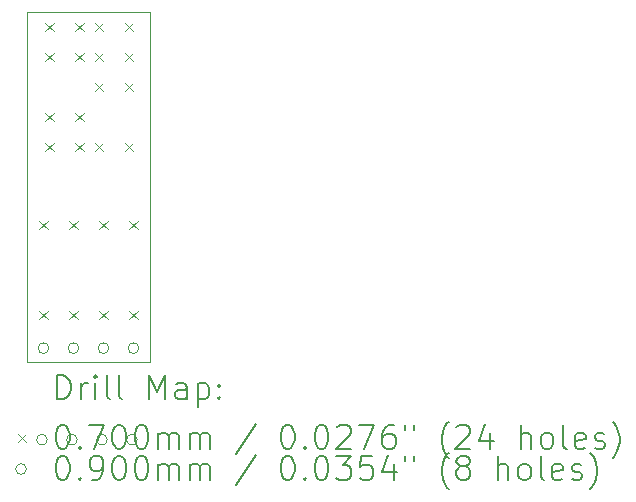
<source format=gbr>
%TF.GenerationSoftware,KiCad,Pcbnew,7.0.9*%
%TF.CreationDate,2024-03-09T17:42:17+01:00*%
%TF.ProjectId,signaux,7369676e-6175-4782-9e6b-696361645f70,rev?*%
%TF.SameCoordinates,Original*%
%TF.FileFunction,Drillmap*%
%TF.FilePolarity,Positive*%
%FSLAX45Y45*%
G04 Gerber Fmt 4.5, Leading zero omitted, Abs format (unit mm)*
G04 Created by KiCad (PCBNEW 7.0.9) date 2024-03-09 17:42:17*
%MOMM*%
%LPD*%
G01*
G04 APERTURE LIST*
%ADD10C,0.100000*%
%ADD11C,0.200000*%
G04 APERTURE END LIST*
D10*
X10172700Y-6413500D02*
X11214100Y-6413500D01*
X11214100Y-9372600D01*
X10172700Y-9372600D01*
X10172700Y-6413500D01*
D11*
D10*
X10277400Y-8181900D02*
X10347400Y-8251900D01*
X10347400Y-8181900D02*
X10277400Y-8251900D01*
X10277400Y-8943900D02*
X10347400Y-9013900D01*
X10347400Y-8943900D02*
X10277400Y-9013900D01*
X10327700Y-6759500D02*
X10397700Y-6829500D01*
X10397700Y-6759500D02*
X10327700Y-6829500D01*
X10328200Y-6505500D02*
X10398200Y-6575500D01*
X10398200Y-6505500D02*
X10328200Y-6575500D01*
X10328200Y-7267500D02*
X10398200Y-7337500D01*
X10398200Y-7267500D02*
X10328200Y-7337500D01*
X10328200Y-7521500D02*
X10398200Y-7591500D01*
X10398200Y-7521500D02*
X10328200Y-7591500D01*
X10531400Y-8181900D02*
X10601400Y-8251900D01*
X10601400Y-8181900D02*
X10531400Y-8251900D01*
X10531400Y-8943900D02*
X10601400Y-9013900D01*
X10601400Y-8943900D02*
X10531400Y-9013900D01*
X10581700Y-6759500D02*
X10651700Y-6829500D01*
X10651700Y-6759500D02*
X10581700Y-6829500D01*
X10582200Y-6505500D02*
X10652200Y-6575500D01*
X10652200Y-6505500D02*
X10582200Y-6575500D01*
X10582200Y-7267500D02*
X10652200Y-7337500D01*
X10652200Y-7267500D02*
X10582200Y-7337500D01*
X10582200Y-7521500D02*
X10652200Y-7591500D01*
X10652200Y-7521500D02*
X10582200Y-7591500D01*
X10747300Y-6505500D02*
X10817300Y-6575500D01*
X10817300Y-6505500D02*
X10747300Y-6575500D01*
X10747300Y-6759500D02*
X10817300Y-6829500D01*
X10817300Y-6759500D02*
X10747300Y-6829500D01*
X10747300Y-7013500D02*
X10817300Y-7083500D01*
X10817300Y-7013500D02*
X10747300Y-7083500D01*
X10747300Y-7521500D02*
X10817300Y-7591500D01*
X10817300Y-7521500D02*
X10747300Y-7591500D01*
X10785400Y-8181900D02*
X10855400Y-8251900D01*
X10855400Y-8181900D02*
X10785400Y-8251900D01*
X10785400Y-8943900D02*
X10855400Y-9013900D01*
X10855400Y-8943900D02*
X10785400Y-9013900D01*
X11001300Y-6505500D02*
X11071300Y-6575500D01*
X11071300Y-6505500D02*
X11001300Y-6575500D01*
X11001300Y-6759500D02*
X11071300Y-6829500D01*
X11071300Y-6759500D02*
X11001300Y-6829500D01*
X11001300Y-7013500D02*
X11071300Y-7083500D01*
X11071300Y-7013500D02*
X11001300Y-7083500D01*
X11001300Y-7521500D02*
X11071300Y-7591500D01*
X11071300Y-7521500D02*
X11001300Y-7591500D01*
X11039400Y-8181900D02*
X11109400Y-8251900D01*
X11109400Y-8181900D02*
X11039400Y-8251900D01*
X11039400Y-8943900D02*
X11109400Y-9013900D01*
X11109400Y-8943900D02*
X11039400Y-9013900D01*
X10344700Y-10033000D02*
G75*
G03*
X10344700Y-10033000I-45000J0D01*
G01*
X10357400Y-9258300D02*
G75*
G03*
X10357400Y-9258300I-45000J0D01*
G01*
X10598700Y-10033000D02*
G75*
G03*
X10598700Y-10033000I-45000J0D01*
G01*
X10611400Y-9258300D02*
G75*
G03*
X10611400Y-9258300I-45000J0D01*
G01*
X10852700Y-10033000D02*
G75*
G03*
X10852700Y-10033000I-45000J0D01*
G01*
X10865400Y-9258300D02*
G75*
G03*
X10865400Y-9258300I-45000J0D01*
G01*
X11106700Y-10033000D02*
G75*
G03*
X11106700Y-10033000I-45000J0D01*
G01*
X11119400Y-9258300D02*
G75*
G03*
X11119400Y-9258300I-45000J0D01*
G01*
D11*
X10428477Y-9689084D02*
X10428477Y-9489084D01*
X10428477Y-9489084D02*
X10476096Y-9489084D01*
X10476096Y-9489084D02*
X10504667Y-9498608D01*
X10504667Y-9498608D02*
X10523715Y-9517655D01*
X10523715Y-9517655D02*
X10533239Y-9536703D01*
X10533239Y-9536703D02*
X10542763Y-9574798D01*
X10542763Y-9574798D02*
X10542763Y-9603370D01*
X10542763Y-9603370D02*
X10533239Y-9641465D01*
X10533239Y-9641465D02*
X10523715Y-9660512D01*
X10523715Y-9660512D02*
X10504667Y-9679560D01*
X10504667Y-9679560D02*
X10476096Y-9689084D01*
X10476096Y-9689084D02*
X10428477Y-9689084D01*
X10628477Y-9689084D02*
X10628477Y-9555750D01*
X10628477Y-9593846D02*
X10638001Y-9574798D01*
X10638001Y-9574798D02*
X10647524Y-9565274D01*
X10647524Y-9565274D02*
X10666572Y-9555750D01*
X10666572Y-9555750D02*
X10685620Y-9555750D01*
X10752286Y-9689084D02*
X10752286Y-9555750D01*
X10752286Y-9489084D02*
X10742763Y-9498608D01*
X10742763Y-9498608D02*
X10752286Y-9508131D01*
X10752286Y-9508131D02*
X10761810Y-9498608D01*
X10761810Y-9498608D02*
X10752286Y-9489084D01*
X10752286Y-9489084D02*
X10752286Y-9508131D01*
X10876096Y-9689084D02*
X10857048Y-9679560D01*
X10857048Y-9679560D02*
X10847524Y-9660512D01*
X10847524Y-9660512D02*
X10847524Y-9489084D01*
X10980858Y-9689084D02*
X10961810Y-9679560D01*
X10961810Y-9679560D02*
X10952286Y-9660512D01*
X10952286Y-9660512D02*
X10952286Y-9489084D01*
X11209429Y-9689084D02*
X11209429Y-9489084D01*
X11209429Y-9489084D02*
X11276096Y-9631941D01*
X11276096Y-9631941D02*
X11342762Y-9489084D01*
X11342762Y-9489084D02*
X11342762Y-9689084D01*
X11523715Y-9689084D02*
X11523715Y-9584322D01*
X11523715Y-9584322D02*
X11514191Y-9565274D01*
X11514191Y-9565274D02*
X11495143Y-9555750D01*
X11495143Y-9555750D02*
X11457048Y-9555750D01*
X11457048Y-9555750D02*
X11438001Y-9565274D01*
X11523715Y-9679560D02*
X11504667Y-9689084D01*
X11504667Y-9689084D02*
X11457048Y-9689084D01*
X11457048Y-9689084D02*
X11438001Y-9679560D01*
X11438001Y-9679560D02*
X11428477Y-9660512D01*
X11428477Y-9660512D02*
X11428477Y-9641465D01*
X11428477Y-9641465D02*
X11438001Y-9622417D01*
X11438001Y-9622417D02*
X11457048Y-9612893D01*
X11457048Y-9612893D02*
X11504667Y-9612893D01*
X11504667Y-9612893D02*
X11523715Y-9603370D01*
X11618953Y-9555750D02*
X11618953Y-9755750D01*
X11618953Y-9565274D02*
X11638001Y-9555750D01*
X11638001Y-9555750D02*
X11676096Y-9555750D01*
X11676096Y-9555750D02*
X11695143Y-9565274D01*
X11695143Y-9565274D02*
X11704667Y-9574798D01*
X11704667Y-9574798D02*
X11714191Y-9593846D01*
X11714191Y-9593846D02*
X11714191Y-9650989D01*
X11714191Y-9650989D02*
X11704667Y-9670036D01*
X11704667Y-9670036D02*
X11695143Y-9679560D01*
X11695143Y-9679560D02*
X11676096Y-9689084D01*
X11676096Y-9689084D02*
X11638001Y-9689084D01*
X11638001Y-9689084D02*
X11618953Y-9679560D01*
X11799905Y-9670036D02*
X11809429Y-9679560D01*
X11809429Y-9679560D02*
X11799905Y-9689084D01*
X11799905Y-9689084D02*
X11790382Y-9679560D01*
X11790382Y-9679560D02*
X11799905Y-9670036D01*
X11799905Y-9670036D02*
X11799905Y-9689084D01*
X11799905Y-9565274D02*
X11809429Y-9574798D01*
X11809429Y-9574798D02*
X11799905Y-9584322D01*
X11799905Y-9584322D02*
X11790382Y-9574798D01*
X11790382Y-9574798D02*
X11799905Y-9565274D01*
X11799905Y-9565274D02*
X11799905Y-9584322D01*
D10*
X10097700Y-9982600D02*
X10167700Y-10052600D01*
X10167700Y-9982600D02*
X10097700Y-10052600D01*
D11*
X10466572Y-9909084D02*
X10485620Y-9909084D01*
X10485620Y-9909084D02*
X10504667Y-9918608D01*
X10504667Y-9918608D02*
X10514191Y-9928131D01*
X10514191Y-9928131D02*
X10523715Y-9947179D01*
X10523715Y-9947179D02*
X10533239Y-9985274D01*
X10533239Y-9985274D02*
X10533239Y-10032893D01*
X10533239Y-10032893D02*
X10523715Y-10070989D01*
X10523715Y-10070989D02*
X10514191Y-10090036D01*
X10514191Y-10090036D02*
X10504667Y-10099560D01*
X10504667Y-10099560D02*
X10485620Y-10109084D01*
X10485620Y-10109084D02*
X10466572Y-10109084D01*
X10466572Y-10109084D02*
X10447524Y-10099560D01*
X10447524Y-10099560D02*
X10438001Y-10090036D01*
X10438001Y-10090036D02*
X10428477Y-10070989D01*
X10428477Y-10070989D02*
X10418953Y-10032893D01*
X10418953Y-10032893D02*
X10418953Y-9985274D01*
X10418953Y-9985274D02*
X10428477Y-9947179D01*
X10428477Y-9947179D02*
X10438001Y-9928131D01*
X10438001Y-9928131D02*
X10447524Y-9918608D01*
X10447524Y-9918608D02*
X10466572Y-9909084D01*
X10618953Y-10090036D02*
X10628477Y-10099560D01*
X10628477Y-10099560D02*
X10618953Y-10109084D01*
X10618953Y-10109084D02*
X10609429Y-10099560D01*
X10609429Y-10099560D02*
X10618953Y-10090036D01*
X10618953Y-10090036D02*
X10618953Y-10109084D01*
X10695144Y-9909084D02*
X10828477Y-9909084D01*
X10828477Y-9909084D02*
X10742763Y-10109084D01*
X10942763Y-9909084D02*
X10961810Y-9909084D01*
X10961810Y-9909084D02*
X10980858Y-9918608D01*
X10980858Y-9918608D02*
X10990382Y-9928131D01*
X10990382Y-9928131D02*
X10999905Y-9947179D01*
X10999905Y-9947179D02*
X11009429Y-9985274D01*
X11009429Y-9985274D02*
X11009429Y-10032893D01*
X11009429Y-10032893D02*
X10999905Y-10070989D01*
X10999905Y-10070989D02*
X10990382Y-10090036D01*
X10990382Y-10090036D02*
X10980858Y-10099560D01*
X10980858Y-10099560D02*
X10961810Y-10109084D01*
X10961810Y-10109084D02*
X10942763Y-10109084D01*
X10942763Y-10109084D02*
X10923715Y-10099560D01*
X10923715Y-10099560D02*
X10914191Y-10090036D01*
X10914191Y-10090036D02*
X10904667Y-10070989D01*
X10904667Y-10070989D02*
X10895144Y-10032893D01*
X10895144Y-10032893D02*
X10895144Y-9985274D01*
X10895144Y-9985274D02*
X10904667Y-9947179D01*
X10904667Y-9947179D02*
X10914191Y-9928131D01*
X10914191Y-9928131D02*
X10923715Y-9918608D01*
X10923715Y-9918608D02*
X10942763Y-9909084D01*
X11133239Y-9909084D02*
X11152286Y-9909084D01*
X11152286Y-9909084D02*
X11171334Y-9918608D01*
X11171334Y-9918608D02*
X11180858Y-9928131D01*
X11180858Y-9928131D02*
X11190382Y-9947179D01*
X11190382Y-9947179D02*
X11199905Y-9985274D01*
X11199905Y-9985274D02*
X11199905Y-10032893D01*
X11199905Y-10032893D02*
X11190382Y-10070989D01*
X11190382Y-10070989D02*
X11180858Y-10090036D01*
X11180858Y-10090036D02*
X11171334Y-10099560D01*
X11171334Y-10099560D02*
X11152286Y-10109084D01*
X11152286Y-10109084D02*
X11133239Y-10109084D01*
X11133239Y-10109084D02*
X11114191Y-10099560D01*
X11114191Y-10099560D02*
X11104667Y-10090036D01*
X11104667Y-10090036D02*
X11095144Y-10070989D01*
X11095144Y-10070989D02*
X11085620Y-10032893D01*
X11085620Y-10032893D02*
X11085620Y-9985274D01*
X11085620Y-9985274D02*
X11095144Y-9947179D01*
X11095144Y-9947179D02*
X11104667Y-9928131D01*
X11104667Y-9928131D02*
X11114191Y-9918608D01*
X11114191Y-9918608D02*
X11133239Y-9909084D01*
X11285620Y-10109084D02*
X11285620Y-9975750D01*
X11285620Y-9994798D02*
X11295143Y-9985274D01*
X11295143Y-9985274D02*
X11314191Y-9975750D01*
X11314191Y-9975750D02*
X11342763Y-9975750D01*
X11342763Y-9975750D02*
X11361810Y-9985274D01*
X11361810Y-9985274D02*
X11371334Y-10004322D01*
X11371334Y-10004322D02*
X11371334Y-10109084D01*
X11371334Y-10004322D02*
X11380858Y-9985274D01*
X11380858Y-9985274D02*
X11399905Y-9975750D01*
X11399905Y-9975750D02*
X11428477Y-9975750D01*
X11428477Y-9975750D02*
X11447524Y-9985274D01*
X11447524Y-9985274D02*
X11457048Y-10004322D01*
X11457048Y-10004322D02*
X11457048Y-10109084D01*
X11552286Y-10109084D02*
X11552286Y-9975750D01*
X11552286Y-9994798D02*
X11561810Y-9985274D01*
X11561810Y-9985274D02*
X11580858Y-9975750D01*
X11580858Y-9975750D02*
X11609429Y-9975750D01*
X11609429Y-9975750D02*
X11628477Y-9985274D01*
X11628477Y-9985274D02*
X11638001Y-10004322D01*
X11638001Y-10004322D02*
X11638001Y-10109084D01*
X11638001Y-10004322D02*
X11647524Y-9985274D01*
X11647524Y-9985274D02*
X11666572Y-9975750D01*
X11666572Y-9975750D02*
X11695143Y-9975750D01*
X11695143Y-9975750D02*
X11714191Y-9985274D01*
X11714191Y-9985274D02*
X11723715Y-10004322D01*
X11723715Y-10004322D02*
X11723715Y-10109084D01*
X12114191Y-9899560D02*
X11942763Y-10156703D01*
X12371334Y-9909084D02*
X12390382Y-9909084D01*
X12390382Y-9909084D02*
X12409429Y-9918608D01*
X12409429Y-9918608D02*
X12418953Y-9928131D01*
X12418953Y-9928131D02*
X12428477Y-9947179D01*
X12428477Y-9947179D02*
X12438001Y-9985274D01*
X12438001Y-9985274D02*
X12438001Y-10032893D01*
X12438001Y-10032893D02*
X12428477Y-10070989D01*
X12428477Y-10070989D02*
X12418953Y-10090036D01*
X12418953Y-10090036D02*
X12409429Y-10099560D01*
X12409429Y-10099560D02*
X12390382Y-10109084D01*
X12390382Y-10109084D02*
X12371334Y-10109084D01*
X12371334Y-10109084D02*
X12352286Y-10099560D01*
X12352286Y-10099560D02*
X12342763Y-10090036D01*
X12342763Y-10090036D02*
X12333239Y-10070989D01*
X12333239Y-10070989D02*
X12323715Y-10032893D01*
X12323715Y-10032893D02*
X12323715Y-9985274D01*
X12323715Y-9985274D02*
X12333239Y-9947179D01*
X12333239Y-9947179D02*
X12342763Y-9928131D01*
X12342763Y-9928131D02*
X12352286Y-9918608D01*
X12352286Y-9918608D02*
X12371334Y-9909084D01*
X12523715Y-10090036D02*
X12533239Y-10099560D01*
X12533239Y-10099560D02*
X12523715Y-10109084D01*
X12523715Y-10109084D02*
X12514191Y-10099560D01*
X12514191Y-10099560D02*
X12523715Y-10090036D01*
X12523715Y-10090036D02*
X12523715Y-10109084D01*
X12657048Y-9909084D02*
X12676096Y-9909084D01*
X12676096Y-9909084D02*
X12695144Y-9918608D01*
X12695144Y-9918608D02*
X12704667Y-9928131D01*
X12704667Y-9928131D02*
X12714191Y-9947179D01*
X12714191Y-9947179D02*
X12723715Y-9985274D01*
X12723715Y-9985274D02*
X12723715Y-10032893D01*
X12723715Y-10032893D02*
X12714191Y-10070989D01*
X12714191Y-10070989D02*
X12704667Y-10090036D01*
X12704667Y-10090036D02*
X12695144Y-10099560D01*
X12695144Y-10099560D02*
X12676096Y-10109084D01*
X12676096Y-10109084D02*
X12657048Y-10109084D01*
X12657048Y-10109084D02*
X12638001Y-10099560D01*
X12638001Y-10099560D02*
X12628477Y-10090036D01*
X12628477Y-10090036D02*
X12618953Y-10070989D01*
X12618953Y-10070989D02*
X12609429Y-10032893D01*
X12609429Y-10032893D02*
X12609429Y-9985274D01*
X12609429Y-9985274D02*
X12618953Y-9947179D01*
X12618953Y-9947179D02*
X12628477Y-9928131D01*
X12628477Y-9928131D02*
X12638001Y-9918608D01*
X12638001Y-9918608D02*
X12657048Y-9909084D01*
X12799906Y-9928131D02*
X12809429Y-9918608D01*
X12809429Y-9918608D02*
X12828477Y-9909084D01*
X12828477Y-9909084D02*
X12876096Y-9909084D01*
X12876096Y-9909084D02*
X12895144Y-9918608D01*
X12895144Y-9918608D02*
X12904667Y-9928131D01*
X12904667Y-9928131D02*
X12914191Y-9947179D01*
X12914191Y-9947179D02*
X12914191Y-9966227D01*
X12914191Y-9966227D02*
X12904667Y-9994798D01*
X12904667Y-9994798D02*
X12790382Y-10109084D01*
X12790382Y-10109084D02*
X12914191Y-10109084D01*
X12980858Y-9909084D02*
X13114191Y-9909084D01*
X13114191Y-9909084D02*
X13028477Y-10109084D01*
X13276096Y-9909084D02*
X13238001Y-9909084D01*
X13238001Y-9909084D02*
X13218953Y-9918608D01*
X13218953Y-9918608D02*
X13209429Y-9928131D01*
X13209429Y-9928131D02*
X13190382Y-9956703D01*
X13190382Y-9956703D02*
X13180858Y-9994798D01*
X13180858Y-9994798D02*
X13180858Y-10070989D01*
X13180858Y-10070989D02*
X13190382Y-10090036D01*
X13190382Y-10090036D02*
X13199906Y-10099560D01*
X13199906Y-10099560D02*
X13218953Y-10109084D01*
X13218953Y-10109084D02*
X13257048Y-10109084D01*
X13257048Y-10109084D02*
X13276096Y-10099560D01*
X13276096Y-10099560D02*
X13285620Y-10090036D01*
X13285620Y-10090036D02*
X13295144Y-10070989D01*
X13295144Y-10070989D02*
X13295144Y-10023370D01*
X13295144Y-10023370D02*
X13285620Y-10004322D01*
X13285620Y-10004322D02*
X13276096Y-9994798D01*
X13276096Y-9994798D02*
X13257048Y-9985274D01*
X13257048Y-9985274D02*
X13218953Y-9985274D01*
X13218953Y-9985274D02*
X13199906Y-9994798D01*
X13199906Y-9994798D02*
X13190382Y-10004322D01*
X13190382Y-10004322D02*
X13180858Y-10023370D01*
X13371334Y-9909084D02*
X13371334Y-9947179D01*
X13447525Y-9909084D02*
X13447525Y-9947179D01*
X13742763Y-10185274D02*
X13733239Y-10175750D01*
X13733239Y-10175750D02*
X13714191Y-10147179D01*
X13714191Y-10147179D02*
X13704668Y-10128131D01*
X13704668Y-10128131D02*
X13695144Y-10099560D01*
X13695144Y-10099560D02*
X13685620Y-10051941D01*
X13685620Y-10051941D02*
X13685620Y-10013846D01*
X13685620Y-10013846D02*
X13695144Y-9966227D01*
X13695144Y-9966227D02*
X13704668Y-9937655D01*
X13704668Y-9937655D02*
X13714191Y-9918608D01*
X13714191Y-9918608D02*
X13733239Y-9890036D01*
X13733239Y-9890036D02*
X13742763Y-9880512D01*
X13809429Y-9928131D02*
X13818953Y-9918608D01*
X13818953Y-9918608D02*
X13838001Y-9909084D01*
X13838001Y-9909084D02*
X13885620Y-9909084D01*
X13885620Y-9909084D02*
X13904668Y-9918608D01*
X13904668Y-9918608D02*
X13914191Y-9928131D01*
X13914191Y-9928131D02*
X13923715Y-9947179D01*
X13923715Y-9947179D02*
X13923715Y-9966227D01*
X13923715Y-9966227D02*
X13914191Y-9994798D01*
X13914191Y-9994798D02*
X13799906Y-10109084D01*
X13799906Y-10109084D02*
X13923715Y-10109084D01*
X14095144Y-9975750D02*
X14095144Y-10109084D01*
X14047525Y-9899560D02*
X13999906Y-10042417D01*
X13999906Y-10042417D02*
X14123715Y-10042417D01*
X14352287Y-10109084D02*
X14352287Y-9909084D01*
X14438001Y-10109084D02*
X14438001Y-10004322D01*
X14438001Y-10004322D02*
X14428477Y-9985274D01*
X14428477Y-9985274D02*
X14409430Y-9975750D01*
X14409430Y-9975750D02*
X14380858Y-9975750D01*
X14380858Y-9975750D02*
X14361810Y-9985274D01*
X14361810Y-9985274D02*
X14352287Y-9994798D01*
X14561810Y-10109084D02*
X14542763Y-10099560D01*
X14542763Y-10099560D02*
X14533239Y-10090036D01*
X14533239Y-10090036D02*
X14523715Y-10070989D01*
X14523715Y-10070989D02*
X14523715Y-10013846D01*
X14523715Y-10013846D02*
X14533239Y-9994798D01*
X14533239Y-9994798D02*
X14542763Y-9985274D01*
X14542763Y-9985274D02*
X14561810Y-9975750D01*
X14561810Y-9975750D02*
X14590382Y-9975750D01*
X14590382Y-9975750D02*
X14609430Y-9985274D01*
X14609430Y-9985274D02*
X14618953Y-9994798D01*
X14618953Y-9994798D02*
X14628477Y-10013846D01*
X14628477Y-10013846D02*
X14628477Y-10070989D01*
X14628477Y-10070989D02*
X14618953Y-10090036D01*
X14618953Y-10090036D02*
X14609430Y-10099560D01*
X14609430Y-10099560D02*
X14590382Y-10109084D01*
X14590382Y-10109084D02*
X14561810Y-10109084D01*
X14742763Y-10109084D02*
X14723715Y-10099560D01*
X14723715Y-10099560D02*
X14714191Y-10080512D01*
X14714191Y-10080512D02*
X14714191Y-9909084D01*
X14895144Y-10099560D02*
X14876096Y-10109084D01*
X14876096Y-10109084D02*
X14838001Y-10109084D01*
X14838001Y-10109084D02*
X14818953Y-10099560D01*
X14818953Y-10099560D02*
X14809430Y-10080512D01*
X14809430Y-10080512D02*
X14809430Y-10004322D01*
X14809430Y-10004322D02*
X14818953Y-9985274D01*
X14818953Y-9985274D02*
X14838001Y-9975750D01*
X14838001Y-9975750D02*
X14876096Y-9975750D01*
X14876096Y-9975750D02*
X14895144Y-9985274D01*
X14895144Y-9985274D02*
X14904668Y-10004322D01*
X14904668Y-10004322D02*
X14904668Y-10023370D01*
X14904668Y-10023370D02*
X14809430Y-10042417D01*
X14980858Y-10099560D02*
X14999906Y-10109084D01*
X14999906Y-10109084D02*
X15038001Y-10109084D01*
X15038001Y-10109084D02*
X15057049Y-10099560D01*
X15057049Y-10099560D02*
X15066572Y-10080512D01*
X15066572Y-10080512D02*
X15066572Y-10070989D01*
X15066572Y-10070989D02*
X15057049Y-10051941D01*
X15057049Y-10051941D02*
X15038001Y-10042417D01*
X15038001Y-10042417D02*
X15009430Y-10042417D01*
X15009430Y-10042417D02*
X14990382Y-10032893D01*
X14990382Y-10032893D02*
X14980858Y-10013846D01*
X14980858Y-10013846D02*
X14980858Y-10004322D01*
X14980858Y-10004322D02*
X14990382Y-9985274D01*
X14990382Y-9985274D02*
X15009430Y-9975750D01*
X15009430Y-9975750D02*
X15038001Y-9975750D01*
X15038001Y-9975750D02*
X15057049Y-9985274D01*
X15133239Y-10185274D02*
X15142763Y-10175750D01*
X15142763Y-10175750D02*
X15161811Y-10147179D01*
X15161811Y-10147179D02*
X15171334Y-10128131D01*
X15171334Y-10128131D02*
X15180858Y-10099560D01*
X15180858Y-10099560D02*
X15190382Y-10051941D01*
X15190382Y-10051941D02*
X15190382Y-10013846D01*
X15190382Y-10013846D02*
X15180858Y-9966227D01*
X15180858Y-9966227D02*
X15171334Y-9937655D01*
X15171334Y-9937655D02*
X15161811Y-9918608D01*
X15161811Y-9918608D02*
X15142763Y-9890036D01*
X15142763Y-9890036D02*
X15133239Y-9880512D01*
D10*
X10167700Y-10281600D02*
G75*
G03*
X10167700Y-10281600I-45000J0D01*
G01*
D11*
X10466572Y-10173084D02*
X10485620Y-10173084D01*
X10485620Y-10173084D02*
X10504667Y-10182608D01*
X10504667Y-10182608D02*
X10514191Y-10192131D01*
X10514191Y-10192131D02*
X10523715Y-10211179D01*
X10523715Y-10211179D02*
X10533239Y-10249274D01*
X10533239Y-10249274D02*
X10533239Y-10296893D01*
X10533239Y-10296893D02*
X10523715Y-10334989D01*
X10523715Y-10334989D02*
X10514191Y-10354036D01*
X10514191Y-10354036D02*
X10504667Y-10363560D01*
X10504667Y-10363560D02*
X10485620Y-10373084D01*
X10485620Y-10373084D02*
X10466572Y-10373084D01*
X10466572Y-10373084D02*
X10447524Y-10363560D01*
X10447524Y-10363560D02*
X10438001Y-10354036D01*
X10438001Y-10354036D02*
X10428477Y-10334989D01*
X10428477Y-10334989D02*
X10418953Y-10296893D01*
X10418953Y-10296893D02*
X10418953Y-10249274D01*
X10418953Y-10249274D02*
X10428477Y-10211179D01*
X10428477Y-10211179D02*
X10438001Y-10192131D01*
X10438001Y-10192131D02*
X10447524Y-10182608D01*
X10447524Y-10182608D02*
X10466572Y-10173084D01*
X10618953Y-10354036D02*
X10628477Y-10363560D01*
X10628477Y-10363560D02*
X10618953Y-10373084D01*
X10618953Y-10373084D02*
X10609429Y-10363560D01*
X10609429Y-10363560D02*
X10618953Y-10354036D01*
X10618953Y-10354036D02*
X10618953Y-10373084D01*
X10723715Y-10373084D02*
X10761810Y-10373084D01*
X10761810Y-10373084D02*
X10780858Y-10363560D01*
X10780858Y-10363560D02*
X10790382Y-10354036D01*
X10790382Y-10354036D02*
X10809429Y-10325465D01*
X10809429Y-10325465D02*
X10818953Y-10287370D01*
X10818953Y-10287370D02*
X10818953Y-10211179D01*
X10818953Y-10211179D02*
X10809429Y-10192131D01*
X10809429Y-10192131D02*
X10799905Y-10182608D01*
X10799905Y-10182608D02*
X10780858Y-10173084D01*
X10780858Y-10173084D02*
X10742763Y-10173084D01*
X10742763Y-10173084D02*
X10723715Y-10182608D01*
X10723715Y-10182608D02*
X10714191Y-10192131D01*
X10714191Y-10192131D02*
X10704667Y-10211179D01*
X10704667Y-10211179D02*
X10704667Y-10258798D01*
X10704667Y-10258798D02*
X10714191Y-10277846D01*
X10714191Y-10277846D02*
X10723715Y-10287370D01*
X10723715Y-10287370D02*
X10742763Y-10296893D01*
X10742763Y-10296893D02*
X10780858Y-10296893D01*
X10780858Y-10296893D02*
X10799905Y-10287370D01*
X10799905Y-10287370D02*
X10809429Y-10277846D01*
X10809429Y-10277846D02*
X10818953Y-10258798D01*
X10942763Y-10173084D02*
X10961810Y-10173084D01*
X10961810Y-10173084D02*
X10980858Y-10182608D01*
X10980858Y-10182608D02*
X10990382Y-10192131D01*
X10990382Y-10192131D02*
X10999905Y-10211179D01*
X10999905Y-10211179D02*
X11009429Y-10249274D01*
X11009429Y-10249274D02*
X11009429Y-10296893D01*
X11009429Y-10296893D02*
X10999905Y-10334989D01*
X10999905Y-10334989D02*
X10990382Y-10354036D01*
X10990382Y-10354036D02*
X10980858Y-10363560D01*
X10980858Y-10363560D02*
X10961810Y-10373084D01*
X10961810Y-10373084D02*
X10942763Y-10373084D01*
X10942763Y-10373084D02*
X10923715Y-10363560D01*
X10923715Y-10363560D02*
X10914191Y-10354036D01*
X10914191Y-10354036D02*
X10904667Y-10334989D01*
X10904667Y-10334989D02*
X10895144Y-10296893D01*
X10895144Y-10296893D02*
X10895144Y-10249274D01*
X10895144Y-10249274D02*
X10904667Y-10211179D01*
X10904667Y-10211179D02*
X10914191Y-10192131D01*
X10914191Y-10192131D02*
X10923715Y-10182608D01*
X10923715Y-10182608D02*
X10942763Y-10173084D01*
X11133239Y-10173084D02*
X11152286Y-10173084D01*
X11152286Y-10173084D02*
X11171334Y-10182608D01*
X11171334Y-10182608D02*
X11180858Y-10192131D01*
X11180858Y-10192131D02*
X11190382Y-10211179D01*
X11190382Y-10211179D02*
X11199905Y-10249274D01*
X11199905Y-10249274D02*
X11199905Y-10296893D01*
X11199905Y-10296893D02*
X11190382Y-10334989D01*
X11190382Y-10334989D02*
X11180858Y-10354036D01*
X11180858Y-10354036D02*
X11171334Y-10363560D01*
X11171334Y-10363560D02*
X11152286Y-10373084D01*
X11152286Y-10373084D02*
X11133239Y-10373084D01*
X11133239Y-10373084D02*
X11114191Y-10363560D01*
X11114191Y-10363560D02*
X11104667Y-10354036D01*
X11104667Y-10354036D02*
X11095144Y-10334989D01*
X11095144Y-10334989D02*
X11085620Y-10296893D01*
X11085620Y-10296893D02*
X11085620Y-10249274D01*
X11085620Y-10249274D02*
X11095144Y-10211179D01*
X11095144Y-10211179D02*
X11104667Y-10192131D01*
X11104667Y-10192131D02*
X11114191Y-10182608D01*
X11114191Y-10182608D02*
X11133239Y-10173084D01*
X11285620Y-10373084D02*
X11285620Y-10239750D01*
X11285620Y-10258798D02*
X11295143Y-10249274D01*
X11295143Y-10249274D02*
X11314191Y-10239750D01*
X11314191Y-10239750D02*
X11342763Y-10239750D01*
X11342763Y-10239750D02*
X11361810Y-10249274D01*
X11361810Y-10249274D02*
X11371334Y-10268322D01*
X11371334Y-10268322D02*
X11371334Y-10373084D01*
X11371334Y-10268322D02*
X11380858Y-10249274D01*
X11380858Y-10249274D02*
X11399905Y-10239750D01*
X11399905Y-10239750D02*
X11428477Y-10239750D01*
X11428477Y-10239750D02*
X11447524Y-10249274D01*
X11447524Y-10249274D02*
X11457048Y-10268322D01*
X11457048Y-10268322D02*
X11457048Y-10373084D01*
X11552286Y-10373084D02*
X11552286Y-10239750D01*
X11552286Y-10258798D02*
X11561810Y-10249274D01*
X11561810Y-10249274D02*
X11580858Y-10239750D01*
X11580858Y-10239750D02*
X11609429Y-10239750D01*
X11609429Y-10239750D02*
X11628477Y-10249274D01*
X11628477Y-10249274D02*
X11638001Y-10268322D01*
X11638001Y-10268322D02*
X11638001Y-10373084D01*
X11638001Y-10268322D02*
X11647524Y-10249274D01*
X11647524Y-10249274D02*
X11666572Y-10239750D01*
X11666572Y-10239750D02*
X11695143Y-10239750D01*
X11695143Y-10239750D02*
X11714191Y-10249274D01*
X11714191Y-10249274D02*
X11723715Y-10268322D01*
X11723715Y-10268322D02*
X11723715Y-10373084D01*
X12114191Y-10163560D02*
X11942763Y-10420703D01*
X12371334Y-10173084D02*
X12390382Y-10173084D01*
X12390382Y-10173084D02*
X12409429Y-10182608D01*
X12409429Y-10182608D02*
X12418953Y-10192131D01*
X12418953Y-10192131D02*
X12428477Y-10211179D01*
X12428477Y-10211179D02*
X12438001Y-10249274D01*
X12438001Y-10249274D02*
X12438001Y-10296893D01*
X12438001Y-10296893D02*
X12428477Y-10334989D01*
X12428477Y-10334989D02*
X12418953Y-10354036D01*
X12418953Y-10354036D02*
X12409429Y-10363560D01*
X12409429Y-10363560D02*
X12390382Y-10373084D01*
X12390382Y-10373084D02*
X12371334Y-10373084D01*
X12371334Y-10373084D02*
X12352286Y-10363560D01*
X12352286Y-10363560D02*
X12342763Y-10354036D01*
X12342763Y-10354036D02*
X12333239Y-10334989D01*
X12333239Y-10334989D02*
X12323715Y-10296893D01*
X12323715Y-10296893D02*
X12323715Y-10249274D01*
X12323715Y-10249274D02*
X12333239Y-10211179D01*
X12333239Y-10211179D02*
X12342763Y-10192131D01*
X12342763Y-10192131D02*
X12352286Y-10182608D01*
X12352286Y-10182608D02*
X12371334Y-10173084D01*
X12523715Y-10354036D02*
X12533239Y-10363560D01*
X12533239Y-10363560D02*
X12523715Y-10373084D01*
X12523715Y-10373084D02*
X12514191Y-10363560D01*
X12514191Y-10363560D02*
X12523715Y-10354036D01*
X12523715Y-10354036D02*
X12523715Y-10373084D01*
X12657048Y-10173084D02*
X12676096Y-10173084D01*
X12676096Y-10173084D02*
X12695144Y-10182608D01*
X12695144Y-10182608D02*
X12704667Y-10192131D01*
X12704667Y-10192131D02*
X12714191Y-10211179D01*
X12714191Y-10211179D02*
X12723715Y-10249274D01*
X12723715Y-10249274D02*
X12723715Y-10296893D01*
X12723715Y-10296893D02*
X12714191Y-10334989D01*
X12714191Y-10334989D02*
X12704667Y-10354036D01*
X12704667Y-10354036D02*
X12695144Y-10363560D01*
X12695144Y-10363560D02*
X12676096Y-10373084D01*
X12676096Y-10373084D02*
X12657048Y-10373084D01*
X12657048Y-10373084D02*
X12638001Y-10363560D01*
X12638001Y-10363560D02*
X12628477Y-10354036D01*
X12628477Y-10354036D02*
X12618953Y-10334989D01*
X12618953Y-10334989D02*
X12609429Y-10296893D01*
X12609429Y-10296893D02*
X12609429Y-10249274D01*
X12609429Y-10249274D02*
X12618953Y-10211179D01*
X12618953Y-10211179D02*
X12628477Y-10192131D01*
X12628477Y-10192131D02*
X12638001Y-10182608D01*
X12638001Y-10182608D02*
X12657048Y-10173084D01*
X12790382Y-10173084D02*
X12914191Y-10173084D01*
X12914191Y-10173084D02*
X12847525Y-10249274D01*
X12847525Y-10249274D02*
X12876096Y-10249274D01*
X12876096Y-10249274D02*
X12895144Y-10258798D01*
X12895144Y-10258798D02*
X12904667Y-10268322D01*
X12904667Y-10268322D02*
X12914191Y-10287370D01*
X12914191Y-10287370D02*
X12914191Y-10334989D01*
X12914191Y-10334989D02*
X12904667Y-10354036D01*
X12904667Y-10354036D02*
X12895144Y-10363560D01*
X12895144Y-10363560D02*
X12876096Y-10373084D01*
X12876096Y-10373084D02*
X12818953Y-10373084D01*
X12818953Y-10373084D02*
X12799906Y-10363560D01*
X12799906Y-10363560D02*
X12790382Y-10354036D01*
X13095144Y-10173084D02*
X12999906Y-10173084D01*
X12999906Y-10173084D02*
X12990382Y-10268322D01*
X12990382Y-10268322D02*
X12999906Y-10258798D01*
X12999906Y-10258798D02*
X13018953Y-10249274D01*
X13018953Y-10249274D02*
X13066572Y-10249274D01*
X13066572Y-10249274D02*
X13085620Y-10258798D01*
X13085620Y-10258798D02*
X13095144Y-10268322D01*
X13095144Y-10268322D02*
X13104667Y-10287370D01*
X13104667Y-10287370D02*
X13104667Y-10334989D01*
X13104667Y-10334989D02*
X13095144Y-10354036D01*
X13095144Y-10354036D02*
X13085620Y-10363560D01*
X13085620Y-10363560D02*
X13066572Y-10373084D01*
X13066572Y-10373084D02*
X13018953Y-10373084D01*
X13018953Y-10373084D02*
X12999906Y-10363560D01*
X12999906Y-10363560D02*
X12990382Y-10354036D01*
X13276096Y-10239750D02*
X13276096Y-10373084D01*
X13228477Y-10163560D02*
X13180858Y-10306417D01*
X13180858Y-10306417D02*
X13304667Y-10306417D01*
X13371334Y-10173084D02*
X13371334Y-10211179D01*
X13447525Y-10173084D02*
X13447525Y-10211179D01*
X13742763Y-10449274D02*
X13733239Y-10439750D01*
X13733239Y-10439750D02*
X13714191Y-10411179D01*
X13714191Y-10411179D02*
X13704668Y-10392131D01*
X13704668Y-10392131D02*
X13695144Y-10363560D01*
X13695144Y-10363560D02*
X13685620Y-10315941D01*
X13685620Y-10315941D02*
X13685620Y-10277846D01*
X13685620Y-10277846D02*
X13695144Y-10230227D01*
X13695144Y-10230227D02*
X13704668Y-10201655D01*
X13704668Y-10201655D02*
X13714191Y-10182608D01*
X13714191Y-10182608D02*
X13733239Y-10154036D01*
X13733239Y-10154036D02*
X13742763Y-10144512D01*
X13847525Y-10258798D02*
X13828477Y-10249274D01*
X13828477Y-10249274D02*
X13818953Y-10239750D01*
X13818953Y-10239750D02*
X13809429Y-10220703D01*
X13809429Y-10220703D02*
X13809429Y-10211179D01*
X13809429Y-10211179D02*
X13818953Y-10192131D01*
X13818953Y-10192131D02*
X13828477Y-10182608D01*
X13828477Y-10182608D02*
X13847525Y-10173084D01*
X13847525Y-10173084D02*
X13885620Y-10173084D01*
X13885620Y-10173084D02*
X13904668Y-10182608D01*
X13904668Y-10182608D02*
X13914191Y-10192131D01*
X13914191Y-10192131D02*
X13923715Y-10211179D01*
X13923715Y-10211179D02*
X13923715Y-10220703D01*
X13923715Y-10220703D02*
X13914191Y-10239750D01*
X13914191Y-10239750D02*
X13904668Y-10249274D01*
X13904668Y-10249274D02*
X13885620Y-10258798D01*
X13885620Y-10258798D02*
X13847525Y-10258798D01*
X13847525Y-10258798D02*
X13828477Y-10268322D01*
X13828477Y-10268322D02*
X13818953Y-10277846D01*
X13818953Y-10277846D02*
X13809429Y-10296893D01*
X13809429Y-10296893D02*
X13809429Y-10334989D01*
X13809429Y-10334989D02*
X13818953Y-10354036D01*
X13818953Y-10354036D02*
X13828477Y-10363560D01*
X13828477Y-10363560D02*
X13847525Y-10373084D01*
X13847525Y-10373084D02*
X13885620Y-10373084D01*
X13885620Y-10373084D02*
X13904668Y-10363560D01*
X13904668Y-10363560D02*
X13914191Y-10354036D01*
X13914191Y-10354036D02*
X13923715Y-10334989D01*
X13923715Y-10334989D02*
X13923715Y-10296893D01*
X13923715Y-10296893D02*
X13914191Y-10277846D01*
X13914191Y-10277846D02*
X13904668Y-10268322D01*
X13904668Y-10268322D02*
X13885620Y-10258798D01*
X14161810Y-10373084D02*
X14161810Y-10173084D01*
X14247525Y-10373084D02*
X14247525Y-10268322D01*
X14247525Y-10268322D02*
X14238001Y-10249274D01*
X14238001Y-10249274D02*
X14218953Y-10239750D01*
X14218953Y-10239750D02*
X14190382Y-10239750D01*
X14190382Y-10239750D02*
X14171334Y-10249274D01*
X14171334Y-10249274D02*
X14161810Y-10258798D01*
X14371334Y-10373084D02*
X14352287Y-10363560D01*
X14352287Y-10363560D02*
X14342763Y-10354036D01*
X14342763Y-10354036D02*
X14333239Y-10334989D01*
X14333239Y-10334989D02*
X14333239Y-10277846D01*
X14333239Y-10277846D02*
X14342763Y-10258798D01*
X14342763Y-10258798D02*
X14352287Y-10249274D01*
X14352287Y-10249274D02*
X14371334Y-10239750D01*
X14371334Y-10239750D02*
X14399906Y-10239750D01*
X14399906Y-10239750D02*
X14418953Y-10249274D01*
X14418953Y-10249274D02*
X14428477Y-10258798D01*
X14428477Y-10258798D02*
X14438001Y-10277846D01*
X14438001Y-10277846D02*
X14438001Y-10334989D01*
X14438001Y-10334989D02*
X14428477Y-10354036D01*
X14428477Y-10354036D02*
X14418953Y-10363560D01*
X14418953Y-10363560D02*
X14399906Y-10373084D01*
X14399906Y-10373084D02*
X14371334Y-10373084D01*
X14552287Y-10373084D02*
X14533239Y-10363560D01*
X14533239Y-10363560D02*
X14523715Y-10344512D01*
X14523715Y-10344512D02*
X14523715Y-10173084D01*
X14704668Y-10363560D02*
X14685620Y-10373084D01*
X14685620Y-10373084D02*
X14647525Y-10373084D01*
X14647525Y-10373084D02*
X14628477Y-10363560D01*
X14628477Y-10363560D02*
X14618953Y-10344512D01*
X14618953Y-10344512D02*
X14618953Y-10268322D01*
X14618953Y-10268322D02*
X14628477Y-10249274D01*
X14628477Y-10249274D02*
X14647525Y-10239750D01*
X14647525Y-10239750D02*
X14685620Y-10239750D01*
X14685620Y-10239750D02*
X14704668Y-10249274D01*
X14704668Y-10249274D02*
X14714191Y-10268322D01*
X14714191Y-10268322D02*
X14714191Y-10287370D01*
X14714191Y-10287370D02*
X14618953Y-10306417D01*
X14790382Y-10363560D02*
X14809430Y-10373084D01*
X14809430Y-10373084D02*
X14847525Y-10373084D01*
X14847525Y-10373084D02*
X14866572Y-10363560D01*
X14866572Y-10363560D02*
X14876096Y-10344512D01*
X14876096Y-10344512D02*
X14876096Y-10334989D01*
X14876096Y-10334989D02*
X14866572Y-10315941D01*
X14866572Y-10315941D02*
X14847525Y-10306417D01*
X14847525Y-10306417D02*
X14818953Y-10306417D01*
X14818953Y-10306417D02*
X14799906Y-10296893D01*
X14799906Y-10296893D02*
X14790382Y-10277846D01*
X14790382Y-10277846D02*
X14790382Y-10268322D01*
X14790382Y-10268322D02*
X14799906Y-10249274D01*
X14799906Y-10249274D02*
X14818953Y-10239750D01*
X14818953Y-10239750D02*
X14847525Y-10239750D01*
X14847525Y-10239750D02*
X14866572Y-10249274D01*
X14942763Y-10449274D02*
X14952287Y-10439750D01*
X14952287Y-10439750D02*
X14971334Y-10411179D01*
X14971334Y-10411179D02*
X14980858Y-10392131D01*
X14980858Y-10392131D02*
X14990382Y-10363560D01*
X14990382Y-10363560D02*
X14999906Y-10315941D01*
X14999906Y-10315941D02*
X14999906Y-10277846D01*
X14999906Y-10277846D02*
X14990382Y-10230227D01*
X14990382Y-10230227D02*
X14980858Y-10201655D01*
X14980858Y-10201655D02*
X14971334Y-10182608D01*
X14971334Y-10182608D02*
X14952287Y-10154036D01*
X14952287Y-10154036D02*
X14942763Y-10144512D01*
M02*

</source>
